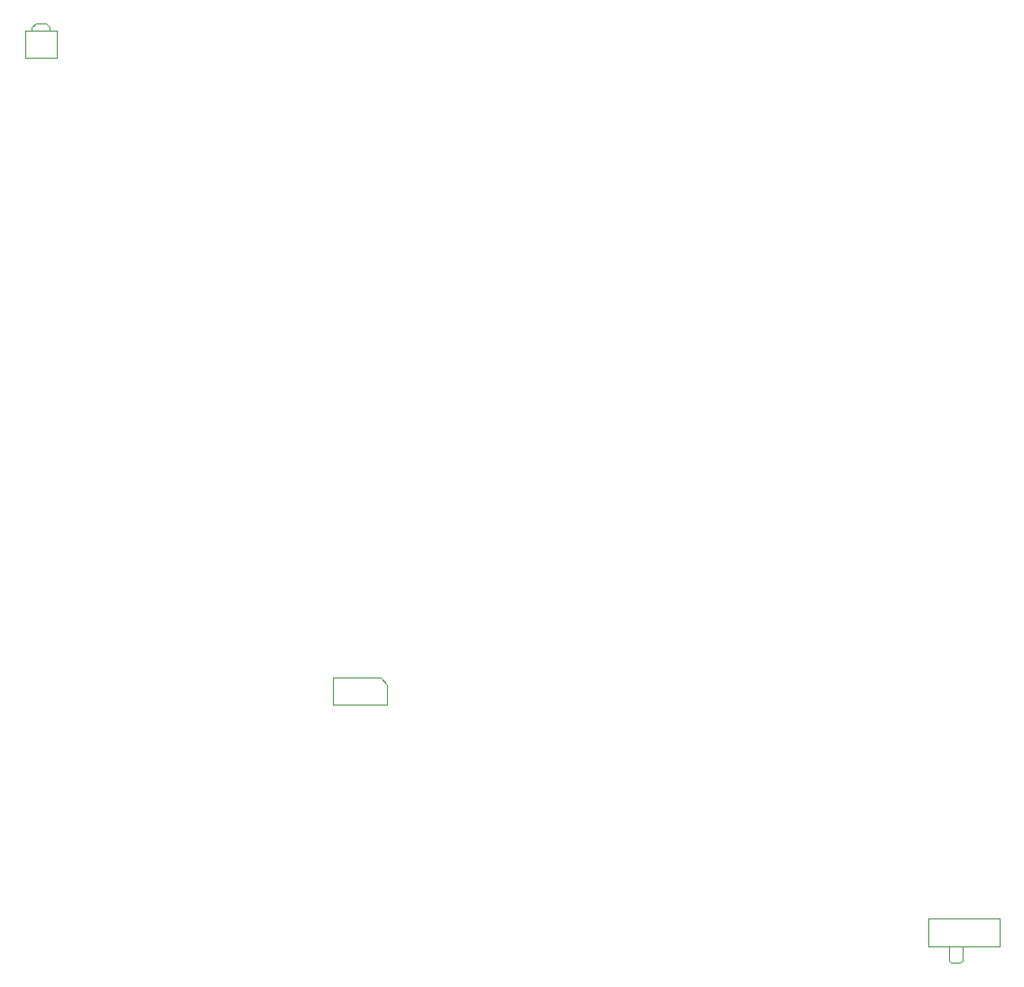
<source format=gbr>
G04 #@! TF.GenerationSoftware,KiCad,Pcbnew,5.1.9*
G04 #@! TF.CreationDate,2021-01-19T21:25:47-06:00*
G04 #@! TF.ProjectId,halfboard,68616c66-626f-4617-9264-2e6b69636164,rev?*
G04 #@! TF.SameCoordinates,Original*
G04 #@! TF.FileFunction,Other,Fab,Top*
%FSLAX46Y46*%
G04 Gerber Fmt 4.6, Leading zero omitted, Abs format (unit mm)*
G04 Created by KiCad (PCBNEW 5.1.9) date 2021-01-19 21:25:47*
%MOMM*%
%LPD*%
G01*
G04 APERTURE LIST*
%ADD10C,0.100000*%
%ADD11C,0.150000*%
G04 APERTURE END LIST*
D10*
G04 #@! TO.C, *
X138732000Y-129556000D02*
X132032000Y-129556000D01*
X138732000Y-132156000D02*
X138732000Y-129556000D01*
X132032000Y-132156000D02*
X138732000Y-132156000D01*
X132032000Y-129556000D02*
X132032000Y-132156000D01*
X135282000Y-133456000D02*
X135282000Y-132156000D01*
X135232000Y-133506000D02*
X135282000Y-133456000D01*
X135032000Y-133706000D02*
X135232000Y-133506000D01*
X134182000Y-133706000D02*
X135032000Y-133706000D01*
X133982000Y-133506000D02*
X134182000Y-133706000D01*
X133982000Y-132206000D02*
X133982000Y-133506000D01*
X47268000Y-48748000D02*
X47268000Y-46248000D01*
X50268000Y-48748000D02*
X47268000Y-48748000D01*
X50268000Y-46248000D02*
X50268000Y-48748000D01*
X47268000Y-46248000D02*
X50268000Y-46248000D01*
X49618000Y-45848000D02*
X49618000Y-46248000D01*
X49218000Y-45548000D02*
X49618000Y-45848000D01*
X48318000Y-45548000D02*
X49218000Y-45548000D01*
X47918000Y-45848000D02*
X48318000Y-45548000D01*
X47918000Y-46248000D02*
X47918000Y-45848000D01*
X81280000Y-107569000D02*
X81280000Y-109474000D01*
X81280000Y-109474000D02*
X76200000Y-109474000D01*
X76200000Y-109474000D02*
X76200000Y-106934000D01*
X76200000Y-106934000D02*
X80645000Y-106934000D01*
X80645000Y-106934000D02*
X81280000Y-107569000D01*
G04 #@! TD*
G04 #@! TO.C, *
D11*
G04 #@! TD*
M02*

</source>
